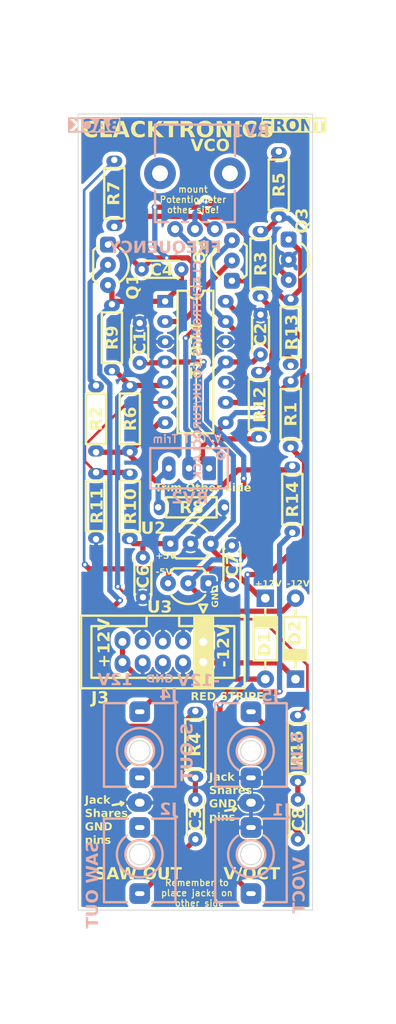
<source format=kicad_pcb>
(kicad_pcb (version 20240108) (generator "pcbnew") (generator_version "8.0")
  (layers (0 "F.Cu" signal) (31 "B.Cu" signal) (34 "B.Paste" user) (35 "F.Paste" user) (36 "B.SilkS" user "B.Silkscreen") (37 "F.SilkS" user "F.Silkscreen") (38 "B.Mask" user) (39 "F.Mask" user) (44 "Edge.Cuts" user))
  (net 0 "")
  (net 1 "-12V")
  (net 2 "GND")
  (net 3 "+12V")
  (net 4 "Net-(C3-Pad1)")
  (net 5 "Net-(C3-Pad2)")
  (net 6 "Net-(Q1-S)")
  (net 7 "Net-(Q1-D)")
  (net 8 "+5V")
  (net 9 "Net-(U1B-+)")
  (net 10 "Net-(R13-Pad1)")
  (net 11 "Net-(D1-A)")
  (net 12 "Net-(D2-K)")
  (net 13 "Net-(Q2-E)")
  (net 14 "Net-(J1-PadT)")
  (net 15 "Net-(Q1-G)")
  (net 16 "Net-(Q2-B)")
  (net 17 "Net-(U1C--)")
  (net 18 "Net-(R7-Pad1)")
  (net 19 "Net-(R3-Pad1)")
  (net 20 "Net-(Q2-C)")
  (net 21 "Net-(R5-Pad1)")
  (net 22 "Net-(R8-Pad2)")
  (net 24 "-5V")
  (net 25 "Net-(J4-PadT)")
  (net 26 "Net-(R14-Pad1)")
  (net 28 "Net-(C8-Pad1)")
  (net 29 "Net-(C8-Pad2)")
  (net 30 "Net-(U1B--)")
  (footprint "BYOM_General:R_Axial_DIN0204_L3.6mm_D1.6mm_P7.62mm_Horizontal" (layer "F.Cu") (at 131.75 88.4785 90)
    (property "Reference" "R6" (at 4.191 0.15 90) (layer "F.SilkS") (effects (font (size 1.5 1.5) (thickness 0.2) (bold yes))))
    (property "Value" "330kΩ")
    (pad "1" thru_hole oval (at 0 0 90) (size 1.4 2) (drill 0.8 (offset 0.15 0)) (layers "*.Cu" "*.Mask") (net 26 "Net-(R14-Pad1)"))
    (pad "2" thru_hole oval (at 8.382 0 270) (size 1.4 2) (drill 0.8 (offset 0.15 0)) (layers "*.Cu" "*.Mask") (net 9 "Net-(U1B-+)"))
  )
  (footprint "BYOM_General:C_TH_Disc_P5.00mm" (layer "F.Cu") (at 133.4 106.7 90)
    (property "Reference" "C6" (at 2.6 0.1 -90) (layer "F.SilkS") (effects (font (size 1.5 1.5) (thickness 0.2) (bold yes))))
    (property "Value" "100n")
    (pad "1" thru_hole circle (at 0 0 90) (size 1.8 1.8) (drill 0.8) (layers "*.Cu" "*.Mask") (net 2 "GND"))
    (pad "2" thru_hole circle (at 5 0 90) (size 1.8 1.8) (drill 0.8) (layers "*.Cu" "*.Mask") (net 8 "+5V"))
  )
  (footprint "BYOM_General:TO-92_Inline_Wide" (layer "F.Cu") (at 144.6 66.94 90)
    (property "Reference" "Q2" (at 3.64 -4 90) (layer "F.SilkS") (effects (font (size 1.5 1.5) (thickness 0.3) (bold yes))))
    (property "Value" "2N3904")
    (pad "1" thru_hole roundrect (at 0 0 90) (size 2 2) (drill 0.8) (layers "*.Cu" "*.Mask") (net 13 "Net-(Q2-E)"))
    (pad "2" thru_hole circle (at 2.54 0 90) (size 2 2) (drill 0.8) (layers "*.Cu" "*.Mask") (net 16 "Net-(Q2-B)"))
    (pad "3" thru_hole circle (at 5.08 0 90) (size 2 2) (drill 0.8) (layers "*.Cu" "*.Mask") (net 20 "Net-(Q2-C)"))
  )
  (footprint "BYOM_General:R_Axial_DIN0204_L3.6mm_D1.6mm_P7.62mm_Horizontal" (layer "F.Cu") (at 129.8 60.1535 90)
    (property "Reference" "R7" (at 4.191 0 90) (layer "F.SilkS") (effects (font (size 1.5 1.5) (thickness 0.2) (bold yes))))
    (property "Value" "2.2kΩ")
    (pad "1" thru_hole oval (at 0 0 90) (size 1.4 2) (drill 0.8 (offset 0.15 0)) (layers "*.Cu" "*.Mask") (net 18 "Net-(R7-Pad1)"))
    (pad "2" thru_hole oval (at 8.382 0 270) (size 1.4 2) (drill 0.8 (offset 0.15 0)) (layers "*.Cu" "*.Mask") (net 24 "-5V"))
  )
  (footprint "BYOM_General:R_Axial_DIN0204_L3.6mm_D1.6mm_P7.62mm_Horizontal" (layer "F.Cu") (at 152 77.6 90)
    (property "Reference" "R13" (at 4.191 0.2 90) (layer "F.SilkS") (effects (font (size 1.5 1.5) (thickness 0.2) (bold yes))))
    (property "Value" "10kΩ")
    (pad "1" thru_hole oval (at 0 0 90) (size 1.4 2) (drill 0.8 (offset 0.15 0)) (layers "*.Cu" "*.Mask") (net 10 "Net-(R13-Pad1)"))
    (pad "2" thru_hole oval (at 8.382 0 270) (size 1.4 2) (drill 0.8 (offset 0.15 0)) (layers "*.Cu" "*.Mask") (net 13 "Net-(Q2-E)"))
  )
  (footprint "BYOM_General:R_Axial_DIN0204_L3.6mm_D1.6mm_P7.62mm_Horizontal" (layer "F.Cu") (at 127.5 88.4785 90)
    (property "Reference" "R2" (at 4.191 0.1 90) (layer "F.SilkS") (effects (font (size 1.5 1.5) (thickness 0.2) (bold yes))))
    (property "Value" "10kΩ")
    (pad "1" thru_hole oval (at 0 0 90) (size 1.4 2) (drill 0.8 (offset 0.15 0)) (layers "*.Cu" "*.Mask") (net 26 "Net-(R14-Pad1)"))
    (pad "2" thru_hole oval (at 8.382 0 270) (size 1.4 2) (drill 0.8 (offset 0.15 0)) (layers "*.Cu" "*.Mask") (net 15 "Net-(Q1-G)"))
  )
  (footprint "BYOM_General:R_Axial_DIN0204_L3.6mm_D1.6mm_P7.62mm_Horizontal" (layer "F.Cu") (at 152.2 90.2 -90)
    (property "Reference" "R14" (at 4.2 -0.1 90) (layer "F.SilkS") (effects (font (size 1.5 1.5) (thickness 0.2) (bold yes))))
    (property "Value" "1k")
    (pad "1" thru_hole oval (at 0 0 270) (size 1.4 2) (drill 0.8 (offset 0.15 0)) (layers "*.Cu" "*.Mask") (net 26 "Net-(R14-Pad1)"))
    (pad "2" thru_hole oval (at 8.382 0 90) (size 1.4 2) (drill 0.8 (offset 0.15 0)) (layers "*.Cu" "*.Mask") (net 25 "Net-(J4-PadT)"))
  )
  (footprint "BYOM_General:R_Axial_DIN0204_L3.6mm_D1.6mm_P7.62mm_Horizontal" (layer "F.Cu") (at 131.75 99.4785 90)
    (property "Reference" "R10" (at 4.191 0.15 90) (layer "F.SilkS") (effects (font (size 1.5 1.5) (thickness 0.2) (bold yes))))
    (property "Value" "100kΩ")
    (pad "1" thru_hole oval (at 0 0 90) (size 1.4 2) (drill 0.8 (offset 0.15 0)) (layers "*.Cu" "*.Mask") (net 8 "+5V"))
    (pad "2" thru_hole oval (at 8.382 0 270) (size 1.4 2) (drill 0.8 (offset 0.15 0)) (layers "*.Cu" "*.Mask") (net 30 "Net-(U1B--)"))
  )
  (footprint "BYOM_General:IDC-Header_2x05_P2.54mm_Vertical" (layer "F.Cu") (at 140.9925 112.3 -90)
    (property "Reference" "J3" (at 7.099999 12.992501 0) (layer "F.SilkS") (effects (font (size 1.5 1.5) (thickness 0.2) (bold yes))))
    (property "Value" "IDC 02x05 Header")
    (pad "1" thru_hole roundrect (at 0 0 270) (size 2.3 2) (drill 1 (offset -0.2 0)) (layers "*.Cu" "*.Mask") (roundrect_rratio 0.125) (net 12 "Net-(D2-K)"))
    (pad "2" thru_hole oval (at 2.54 0 270) (size 2.3 2) (drill 1 (offset 0.2 0)) (layers "*.Cu" "*.Mask") (net 12 "Net-(D2-K)"))
    (pad "3" thru_hole oval (at 0 2.54 270) (size 2.3 2) (drill 1 (offset -0.2 0)) (layers "*.Cu" "*.Mask") (net 2 "GND"))
    (pad "4" thru_hole oval (at 2.54 2.54 270) (size 2.3 2) (drill 1 (offset 0.2 0)) (layers "*.Cu" "*.Mask") (net 2 "GND"))
    (pad "5" thru_hole oval (at 0 5.08 270) (size 2.3 2) (drill 1 (offset -0.2 0)) (layers "*.Cu" "*.Mask") (net 2 "GND"))
    (pad "6" thru_hole oval (at 2.54 5.08 270) (size 2.3 2) (drill 1 (offset 0.2 0)) (layers "*.Cu" "*.Mask") (net 2 "GND"))
    (pad "7" thru_hole oval (at 0 7.62 270) (size 2.3 2) (drill 1 (offset -0.2 0)) (layers "*.Cu" "*.Mask") (net 2 "GND"))
    (pad "8" thru_hole oval (at 2.54 7.62 270) (size 2.3 2) (drill 1 (offset 0.2 0)) (layers "*.Cu" "*.Mask") (net 2 "GND"))
    (pad "9" thru_hole oval (at 0 10.16 270) (size 2.3 2) (drill 1 (offset -0.2 0)) (layers "*.Cu" "*.Mask") (net 11 "Net-(D1-A)"))
    (pad "10" thru_hole oval (at 2.54 10.16 270) (size 2.3 2) (drill 1 (offset 0.2 0)) (layers "*.Cu" "*.Mask") (net 11 "Net-(D1-A)"))
  )
  (footprint "BYOM_General:TO-92_Inline_Wide" (layer "F.Cu") (at 141.64 104.935825 180)
    (property "Reference" "U3" (at 6.14 -3.064175 180) (layer "F.SilkS") (effects (font (size 1.5 1.5) (thickness 0.3) (bold yes))))
    (property "Value" "L79L05_TO92")
    (pad "1" thru_hole roundrect (at 0 0 180) (size 2 2) (drill 0.8) (layers "*.Cu" "*.Mask") (net 2 "GND"))
    (pad "2" thru_hole circle (at 2.54 0 180) (size 2 2) (drill 0.8) (layers "*.Cu" "*.Mask") (net 1 "-12V"))
    (pad "3" thru_hole circle (at 5.08 0 180) (size 2 2) (drill 0.8) (layers "*.Cu" "*.Mask") (net 24 "-5V"))
  )
  (footprint "BYOM_General:TO-92_Inline_Wide" (layer "F.Cu") (at 136.86 99.964175)
    (property "Reference" "U2" (at -2.16 -1.864175 0) (layer "F.SilkS") (effects (font (size 1.5 1.5) (thickness 0.3) (bold yes))))
    (property "Value" "L78L05_TO92")
    (pad "1" thru_hole roundrect (at 0 0) (size 2 2) (drill 0.8) (layers "*.Cu" "*.Mask") (net 8 "+5V"))
    (pad "2" thru_hole circle (at 2.54 0) (size 2 2) (drill 0.8) (layers "*.Cu" "*.Mask") (net 2 "GND"))
    (pad "3" thru_hole circle (at 5.08 0) (size 2 2) (drill 0.8) (layers "*.Cu" "*.Mask") (net 3 "+12V"))
  )
  (footprint "BYOM_General:D_TH_DO-41_P10.16mm" (layer "F.Cu") (at 152.6 116.98 90)
    (property "Reference" "D2" (at 5.775 0 -90) (layer "F.SilkS") (effects (font (size 1.5 1.5) (thickness 0.2) (bold yes))))
    (property "Value" "1N5817")
    (pad "1" thru_hole rect (at 0 0 90) (size 2.2 2.2) (drill 1.1) (layers "*.Cu" "*.Mask") (net 12 "Net-(D2-K)"))
    (pad "2" thru_hole oval (at 10.16 0 90) (size 2.2 2.2) (drill 1.1) (layers "*.Cu" "*.Mask") (net 1 "-12V"))
  )
  (footprint "BYOM_General:R_Axial_DIN0204_L3.6mm_D1.6mm_P7.62mm_Horizontal" (layer "F.Cu") (at 148.2 69 90)
    (property "Reference" "R3" (at 4.191 0.1 90) (layer "F.SilkS") (effects (font (size 1.5 1.5) (thickness 0.2) (bold yes))))
    (property "Value" "2.2kΩ")
    (pad "1" thru_hole oval (at 0 0 90) (size 1.4 2) (drill 0.8 (offset 0.15 0)) (layers "*.Cu" "*.Mask") (net 19 "Net-(R3-Pad1)"))
    (pad "2" thru_hole oval (at 8.382 0 270) (size 1.4 2) (drill 0.8 (offset 0.15 0)) (layers "*.Cu" "*.Mask") (net 17 "Net-(U1C--)"))
  )
  (footprint "BYOM_General:R_Axial_DIN0204_L3.6mm_D1.6mm_P7.62mm_Horizontal" (layer "F.Cu") (at 152.9 129.9 90)
    (property "Reference" "R16" (at 4.191 0 -90) (layer "F.SilkS") (effects (font (size 1.5 1.5) (thickness 0.2) (bold yes))))
    (property "Value" "330kΩ")
    (pad "1" thru_hole oval (at 0 0 90) (size 1.4 2) (drill 0.8 (offset 0.15 0)) (layers "*.Cu" "*.Mask") (net 29 "Net-(C8-Pad2)"))
    (pad "2" thru_hole oval (at 8.382 0 270) (size 1.4 2) (drill 0.8 (offset 0.15 0)) (layers "*.Cu" "*.Mask") (net 9 "Net-(U1B-+)"))
  )
  (footprint "BYOM_General:R_Axial_DIN0204_L3.6mm_D1.6mm_P7.62mm_Horizontal" (layer "F.Cu") (at 129.5 69.9 -90)
    (property "Reference" "R9" (at 4.2 -0.1 -90) (layer "F.SilkS") (effects (font (size 1.5 1.5) (thickness 0.2) (bold yes))))
    (property "Value" "100kΩ")
    (pad "1" thru_hole oval (at 0 0 270) (size 1.4 2) (drill 0.8 (offset 0.15 0)) (layers "*.Cu" "*.Mask") (net 7 "Net-(Q1-D)"))
    (pad "2" thru_hole oval (at 8.382 0 90) (size 1.4 2) (drill 0.8 (offset 0.15 0)) (layers "*.Cu" "*.Mask") (net 9 "Net-(U1B-+)"))
  )
  (footprint "BYOM_General:R_Axial_DIN0204_L3.6mm_D1.6mm_P7.62mm_Horizontal" (layer "F.Cu") (at 152 87.9 90)
    (property "Reference" "R1" (at 4.191 0.1 90) (layer "F.SilkS") (effects (font (size 1.5 1.5) (thickness 0.2) (bold yes))))
    (property "Value" "100kΩ")
    (pad "1" thru_hole oval (at 0 0 90) (size 1.4 2) (drill 0.8 (offset 0.15 0)) (layers "*.Cu" "*.Mask") (net 14 "Net-(J1-PadT)"))
    (pad "2" thru_hole oval (at 8.382 0 270) (size 1.4 2) (drill 0.8 (offset 0.15 0)) (layers "*.Cu" "*.Mask") (net 17 "Net-(U1C--)"))
  )
  (footprint "BYOM_General:R_Axial_DIN0204_L3.6mm_D1.6mm_P7.62mm_Horizontal" (layer "F.Cu") (at 150.5 50.7 -90)
    (property "Reference" "R5" (at 4.191 -0.1 -90) (layer "F.SilkS") (effects (font (size 1.5 1.5) (thickness 0.2) (bold yes))))
    (property "Value" "100kΩ")
    (pad "1" thru_hole oval (at 0 0 270) (size 1.4 2) (drill 0.8 (offset 0.15 0)) (layers "*.Cu" "*.Mask") (net 21 "Net-(R5-Pad1)"))
    (pad "2" thru_hole oval (at 8.382 0 90) (size 1.4 2) (drill 0.8 (offset 0.15 0)) (layers "*.Cu" "*.Mask") (net 17 "Net-(U1C--)"))
  )
  (footprint "BYOM_General:C_TH_Disc_P5.00mm" (layer "F.Cu") (at 133 72.25 -90)
    (property "Reference" "C1" (at 2.5 -0.1 -90) (layer "F.SilkS") (effects (font (size 1.5 1.5) (thickness 0.2) (bold yes))))
    (property "Value" "100n")
    (pad "1" thru_hole circle (at 0 0 270) (size 1.8 1.8) (drill 0.8) (layers "*.Cu" "*.Mask") (net 2 "GND"))
    (pad "2" thru_hole circle (at 5 0 270) (size 1.8 1.8) (drill 0.8) (layers "*.Cu" "*.Mask") (net 3 "+12V"))
  )
  (footprint "BYOM_General:R_Axial_DIN0204_L3.6mm_D1.6mm_P7.62mm_Horizontal" (layer "F.Cu") (at 148 86.7 90)
    (property "Reference" "R12" (at 4.191 0.2 90) (layer "F.SilkS") (effects (font (size 1.5 1.5) (thickness 0.2) (bold yes))))
    (property "Value" "1MΩ")
    (pad "1" thru_hole oval (at 0 0 90) (size 1.4 2) (drill 0.8 (offset 0.15 0)) (layers "*.Cu" "*.Mask") (net 8 "+5V"))
    (pad "2" thru_hole oval (at 8.382 0 270) (size 1.4 2) (drill 0.8 (offset 0.15 0)) (layers "*.Cu" "*.Mask") (net 20 "Net-(Q2-C)"))
  )
  (footprint "BYOM_General:C_TH_Disc_P5.00mm" (layer "F.Cu") (at 133.25 65.5)
    (property "Reference" "C4" (at 2.5 0.15 0) (layer "F.SilkS") (effects (font (size 1.5 1.5) (thickness 0.2) (bold yes))))
    (property "Value" "1nF C0G")
    (pad "1" thru_hole circle (at 0 0) (size 1.8 1.8) (drill 0.8) (layers "*.Cu" "*.Mask") (net 6 "Net-(Q1-S)"))
    (pad "2" thru_hole circle (at 5 0) (size 1.8 1.8) (drill 0.8) (layers "*.Cu" "*.Mask") (net 7 "Net-(Q1-D)"))
  )
  (footprint "BYOM_General:R_Axial_DIN0204_L3.6mm_D1.6mm_P7.62mm_Horizontal" (layer "F.Cu") (at 140 121 -90)
    (property "Reference" "R4" (at 4.191 0 90) (layer "F.SilkS") (effects (font (size 1.5 1.5) (thickness 0.2) (bold yes))))
    (property "Value" "1kΩ")
    (pad "1" thru_hole oval (at 0 0 270) (size 1.4 2) (drill 0.8 (offset 0.15 0)) (layers "*.Cu" "*.Mask") (net 7 "Net-(Q1-D)"))
    (pad "2" thru_hole oval (at 8.382 0 90) (size 1.4 2) (drill 0.8 (offset 0.15 0)) (layers "*.Cu" "*.Mask") (net 4 "Net-(C3-Pad1)"))
  )
  (footprint "BYOM_General:C_TH_Disc_P5.00mm" (layer "F.Cu") (at 144.6 105.2 90)
    (property "Reference" "C7" (at 2.5 0.15 -90) (layer "F.SilkS") (effects (font (size 1.5 1.5) (thickness 0.2) (bold yes))))
    (property "Value" "100n")
    (pad "1" thru_hole circle (at 0 0 90) (size 1.8 1.8) (drill 0.8) (layers "*.Cu" "*.Mask") (net 24 "-5V"))
    (pad "2" thru_hole circle (at 5 0 90) (size 1.8 1.8) (drill 0.8) (layers "*.Cu" "*.Mask") (net 2 "GND"))
  )
  (footprint "BYOM_General:TO-92_Inline_Wide" (layer "F.Cu") (at 129 62.4 -90)
    (property "Reference" "Q1" (at 5.3 -3.2 90) (layer "F.SilkS") (effects (font (size 1.5 1.5) (thickness 0.3) (bold yes))))
    (property "Value" "2N7000")
    (pad "1" thru_hole roundrect (at 0 0 270) (size 2 2) (drill 0.8) (layers "*.Cu" "*.Mask") (net 6 "Net-(Q1-S)"))
    (pad "2" thru_hole circle (at 2.54 0 270) (size 2 2) (drill 0.8) (layers "*.Cu" "*.Mask") (net 15 "Net-(Q1-G)"))
    (pad "3" thru_hole circle (at 5.08 0 270) (size 2 2) (drill 0.8) (layers "*.Cu" "*.Mask") (net 7 "Net-(Q1-D)"))
  )
  (footprint "BYOM_General:R_Axial_DIN0204_L3.6mm_D1.6mm_P7.62mm_Horizontal" (layer "F.Cu") (at 143.7 95.4 180)
    (property "Reference" "R8" (at 4.191 -0.1 180) (layer "F.SilkS") (effects (font (size 1.5 1.5) (thickness 0.2) (bold yes))))
    (property "Value" "100Ω")
    (pad "1" thru_hole oval (at 0 0 180) (size 1.4 2) (drill 0.8 (offset 0.15 0)) (layers "*.Cu" "*.Mask") (net 2 "GND"))
    (pad "2" thru_hole oval (at 8.382 0) (size 1.4 2) (drill 0.8 (offset 0.15 0)) (layers "*.Cu" "*.Mask") (net 22 "Net-(R8-Pad2)"))
  )
  (footprint "BYOM_General:D_TH_DO-41_P10.16mm" (layer "F.Cu") (at 148.8 106.82 -90)
    (property "Reference" "D1" (at 5.775 0 90) (layer "F.SilkS") (effects (font (size 1.5 1.5) (thickness 0.2) (bold yes))))
    (property "Value" "1N5817")
    (pad "1" thru_hole rect (at 0 0 270) (size 2.2 2.2) (drill 1.1) (layers "*.Cu" "*.Mask") (net 3 "+12V"))
    (pad "2" thru_hole oval (at 10.16 0 270) (size 2.2 2.2) (drill 1.1) (layers "*.Cu" "*.Mask") (net 11 "Net-(D1-A)"))
  )
  (footprint "BYOM_General:C_TH_Disc_P5.00mm" (layer "F.Cu") (at 140 132.1 -90)
    (property "Reference" "C3" (at 2.5 -0.1 90) (layer "F.SilkS") (effects (font (size 1.5 1.5) (thickness 0.2) (bold yes))))
    (property "Value" "100n")
    (pad "1" thru_hole circle (at 0 0 270) (size 1.8 1.8) (drill 0.8) (layers "*.Cu" "*.Mask") (net 4 "Net-(C3-Pad1)"))
    (pad "2" thru_hole circle (at 5 0 270) (size 1.8 1.8) (drill 0.8) (layers "*.Cu" "*.Mask") (net 5 "Net-(C3-Pad2)"))
  )
  (footprint "BYOM_General:C_TH_Disc_P5.00mm" (layer "F.Cu") (at 152.9 137.1 90)
    (property "Reference" "C8" (at 2.5 0.15 -90) (layer "F.SilkS") (effects (font (size 1.5 1.5) (thickness 0.2) (bold yes))))
    (property "Value" "100pF")
    (pad "1" thru_hole circle (at 0 0 90) (size 1.8 1.8) (drill 0.8) (layers "*.Cu" "*.Mask") (net 28 "Net-(C8-Pad1)"))
    (pad "2" thru_hole circle (at 5 0 90) (size 1.8 1.8) (drill 0.8) (layers "*.Cu" "*.Mask") (net 29 "Net-(C8-Pad2)"))
  )
  (footprint "BYOM_General:DIP-14_W7.62mm_LongPads_copy" (layer "F.Cu") (at 136.2 69.525)
    (property "Reference" "U1" (at 3.81 -2.33 0) (layer "F.SilkS"))
    (property "Value" "TL074")
    (pad "1" thru_hole rect (at 0 0) (size 2 1.6) (drill 0.8) (layers "*.Cu" "*.Mask") (net 7 "Net-(Q1-D)"))
    (pad "2" thru_hole oval (at 0 2.54) (size 2 1.6) (drill 0.8) (layers "*.Cu" "*.Mask") (net 6 "Net-(Q1-S)"))
    (pad "3" thru_hole oval (at 0 5.08) (size 2 1.6) (drill 0.8) (layers "*.Cu" "*.Mask") (net 2 "GND"))
    (pad "4" thru_hole oval (at 0 7.62) (size 2 1.6) (drill 0.8) (layers "*.Cu" "*.Mask") (net 3 "+12V"))
    (pad "5" thru_hole oval (at 0 10.16) (size 2 1.6) (drill 0.8) (layers "*.Cu" "*.Mask") (net 9 "Net-(U1B-+)"))
    (pad "6" thru_hole oval (at 0 12.7) (size 2 1.6) (drill 0.8) (layers "*.Cu" "*.Mask") (net 30 "Net-(U1B--)"))
    (pad "7" thru_hole oval (at 0 15.24) (size 2 1.6) (drill 0.8) (layers "*.Cu" "*.Mask") (net 26 "Net-(R14-Pad1)"))
    (pad "8" thru_hole oval (at 7.62 15.24) (size 2 1.6) (drill 0.8) (layers "*.Cu" "*.Mask") (net 19 "Net-(R3-Pad1)"))
    (pad "9" thru_hole oval (at 7.62 12.7) (size 2 1.6) (drill 0.8) (layers "*.Cu" "*.Mask") (net 17 "Net-(U1C--)"))
    (pad "10" thru_hole oval (at 7.62 10.16) (size 2 1.6) (drill 0.8) (layers "*.Cu" "*.Mask") (net 2 "GND"))
    (pad "11" thru_hole oval (at 7.62 7.62) (size 2 1.6) (drill 0.8) (layers "*.Cu" "*.Mask") (net 1 "-12V"))
    (pad "12" thru_hole oval (at 7.62 5.08) (size 2 1.6) (drill 0.8) (layers "*.Cu" "*.Mask") (net 2 "GND"))
    (pad "13" thru_hole oval (at 7.62 2.54) (size 2 1.6) (drill 0.8) (layers "*.Cu" "*.Mask") (net 20 "Net-(Q2-C)"))
    (pad "14" thru_hole oval (at 7.62 0) (size 2 1.6) (drill 0.8) (layers "*.Cu" "*.Mask") (net 10 "Net-(R13-Pad1)"))
  )
  (footprint "BYOM_General:C_TH_Disc_P5.00mm" (layer "F.Cu") (at 148.2 71.2 -90)
    (property "Reference" "C2" (at 2.5 -0.1 90) (layer "F.SilkS") (effects (font (size 1.5 1.5) (thickness 0.2) (bold yes))))
    (property "Value" "100n")
    (pad "1" thru_hole circle (at 0 0 270) (size 1.8 1.8) (drill 0.8) (layers "*.Cu" "*.Mask") (net 2 "GND"))
    (pad "2" thru_hole circle (at 5 0 270) (size 1.8 1.8) (drill 0.8) (layers "*.Cu" "*.Mask") (net 1 "-12V"))
  )
  (footprint "BYOM_General:TO-92_Inline_Wide" (layer "F.Cu") (at 151.735825 61.76 -90)
    (property "Reference" "Q3" (at -2.36 -1.764175 -90) (layer "F.SilkS") (effects (font (size 1.5 1.5) (thickness 0.3) (bold yes))))
    (property "Value" "2N3904")
    (pad "1" thru_hole roundrect (at 0 0 270) (size 2 2) (drill 0.8) (layers "*.Cu" "*.Mask") (net 13 "Net-(Q2-E)"))
    (pad "2" thru_hole circle (at 2.54 0 270) (size 2 2) (drill 0.8) (layers "*.Cu" "*.Mask") (net 2 "GND"))
    (pad "3" thru_hole circle (at 5.08 0 270) (size 2 2) (drill 0.8) (layers "*.Cu" "*.Mask") (net 6 "Net-(Q1-S)"))
  )
  (footprint "BYOM_General:R_Axial_DIN0204_L3.6mm_D1.6mm_P7.62mm_Horizontal" (layer "F.Cu") (at 127.5 91.0215 -90)
    (property "Reference" "R11" (at 4.191 -0.2 -90) (layer "F.SilkS") (effects (font (size 1.5 1.5) (thickness 0.2) (bold yes))))
    (property "Value" "330kΩ")
    (pad "1" thru_hole oval (at 0 0 270) (size 1.4 2) (drill 0.8 (offset 0.15 0)) (layers "*.Cu" "*.Mask") (net 30 "Net-(U1B--)"))
    (pad "2" thru_hole oval (at 8.382 0 90) (size 1.4 2) (drill 0.8 (offset 0.15 0)) (layers "*.Cu" "*.Mask") (net 2 "GND"))
  )
  (footprint "BYOM_General:Potentiometer_Bourns_3296W_Vertical" (layer "B.Cu") (at 141.74 90.5)
    (property "Reference" "RV2" (at -2.44 3.8 0) (layer "B.SilkS") (effects (font (size 1.5 1.5) (thickness 0.3) (bold yes)) (justify mirror)))
    (property "Value" "100Ω")
    (pad "1" thru_hole roundrect (at 0 0) (size 1.7 3) (drill 0.8) (layers "*.Cu" "*.Mask") (roundrect_rratio 0.1470588235) (net 19 "Net-(R3-Pad1)"))
    (pad "2" thru_hole oval (at -2.54 0) (size 1.7 3) (drill 0.8) (layers "*.Cu" "*.Mask") (net 16 "Net-(Q2-B)"))
    (pad "3" thru_hole oval (at -5.08 0) (size 1.7 3) (drill 0.8) (layers "*.Cu" "*.Mask") (net 22 "Net-(R8-Pad2)"))
  )
  (footprint "BYOM_General:Jack_3.5mm_QingPu_WQP-PJ398SM_Vertical" (layer "B.Cu") (at 147 126 180)
    (property "Reference" "J5" (at -2.4 6.9 180) (layer "B.SilkS") (effects (font (size 1.5 1.5) (thickness 0.2) (bold yes)) (justify mirror)))
    (property "Value" "SYNC_IN")
    (fp_circle (center 0 0) (end 1.3 0) (stroke (width 0.12)) (fill none) (layer "Edge.Cuts"))
    (pad "S" thru_hole oval (at 0 -6.5 180) (size 3.1 2.3) (drill oval 1.2 1) (layers "*.Cu" "*.Mask") (net 2 "GND"))
    (pad "T" thru_hole roundrect (at 0 4.92 180) (size 2.6 2.6) (drill oval 1.2 0.6) (layers "*.Cu" "*.Mask") (net 28 "Net-(C8-Pad1)"))
    (pad "TN" thru_hole roundrect (at 0 -3.38 180) (size 2.6 2.6) (drill oval 1.2 0.6) (layers "*.Cu" "*.Mask") (net 2 "GND"))
    (zone (net 0) (net_name "") (layers "B.Cu" "B.SilkS") (connect_pads (clearance 0)) (min_thickness 0.25)
      (keepout (tracks not_allowed) (vias not_allowed) (pads not_allowed) (copperpour not_allowed) (footprints not_allowed))
      (fill (thermal_gap 0.5) (thermal_bridge_width 0.5))
      (polygon (pts (xy 145.5 126) (xy 145.520458 125.753108) (xy 145.581274 125.512951) (xy 145.680789 125.286079) (xy 145.816289 125.078681) (xy 145.984078 124.896414) (xy 146.179578 124.74425) (xy 146.397457 124.62634) (xy 146.631772 124.5459) (xy 146.876131 124.505123) (xy 147.123869 124.505123) (xy 147.368228 124.5459) (xy 147.602543 124.62634) (xy 147.820422 124.74425) (xy 148.015922 124.896414) (xy 148.183711 125.078681) (xy 148.319211 125.286079) (xy 148.418726 125.512951) (xy 148.479542 125.753108) (xy 148.5 126) (xy 148.479542 126.246892) (xy 148.418726 126.487049) (xy 148.319211 126.713921) (xy 148.183711 126.921319) (xy 148.015922 127.103586) (xy 147.820422 127.25575) (xy 147.602543 127.37366) (xy 147.368228 127.4541) (xy 147.123869 127.494877) (xy 146.876131 127.494877) (xy 146.631772 127.4541) (xy 146.397457 127.37366) (xy 146.179578 127.25575) (xy 145.984078 127.103586) (xy 145.816289 126.921319) (xy 145.680789 126.713921) (xy 145.581274 126.487049) (xy 145.520458 126.246892)))
    )
  )
  (footprint "BYOM_General:Jack_3.5mm_QingPu_WQP-PJ398SM_Vertical" (layer "B.Cu") (at 133 139)
    (property "Reference" "J2" (at 3.6 -5.6 0) (layer "B.SilkS") (effects (font (size 1.5 1.5) (thickness 0.2) (bold yes)) (justify mirror)))
    (property "Value" "SAW OUT")
    (fp_circle (center 0 0) (end 1.3 0) (stroke (width 0.12)) (fill none) (layer "Edge.Cuts"))
    (pad "S" thru_hole oval (at 0 -6.5) (size 3.1 2.3) (drill oval 1.2 1) (layers "*.Cu" "*.Mask") (net 2 "GND"))
    (pad "T" thru_hole roundrect (at 0 4.92) (size 2.6 2.6) (drill oval 1.2 0.6) (layers "*.Cu" "*.Mask") (net 5 "Net-(C3-Pad2)"))
    (pad "TN" thru_hole roundrect (at 0 -3.38) (size 2.6 2.6) (drill oval 1.2 0.6) (layers "*.Cu" "*.Mask"))
    (zone (net 0) (net_name "") (layers "B.Cu" "B.SilkS") (connect_pads (clearance 0)) (min_thickness 0.25)
      (keepout (tracks not_allowed) (vias not_allowed) (pads not_allowed) (copperpour not_allowed) (footprints not_allowed))
      (fill (thermal_gap 0.5) (thermal_bridge_width 0.5))
      (polygon (pts (xy 134.5 139) (xy 134.479542 139.246892) (xy 134.418726 139.487049) (xy 134.319211 139.713921) (xy 134.183711 139.921319) (xy 134.015922 140.103586) (xy 133.820422 140.25575) (xy 133.602543 140.37366) (xy 133.368228 140.4541) (xy 133.123869 140.494877) (xy 132.876131 140.494877) (xy 132.631772 140.4541) (xy 132.397457 140.37366) (xy 132.179578 140.25575) (xy 131.984078 140.103586) (xy 131.816289 139.921319) (xy 131.680789 139.713921) (xy 131.581274 139.487049) (xy 131.520458 139.246892) (xy 131.5 139) (xy 131.520458 138.753108) (xy 131.581274 138.512951) (xy 131.680789 138.286079) (xy 131.816289 138.078681) (xy 131.984078 137.896414) (xy 132.179578 137.74425) (xy 132.397457 137.62634) (xy 132.631772 137.5459) (xy 132.876131 137.505123) (xy 133.123869 137.505123) (xy 133.368228 137.5459) (xy 133.602543 137.62634) (xy 133.820422 137.74425) (xy 134.015922 137.896414) (xy 134.183711 138.078681) (xy 134.319211 138.286079) (xy 134.418726 138.512951) (xy 134.479542 138.753108)))
    )
  )
  (footprint "BYOM_General:Jack_3.5mm_QingPu_WQP-PJ398SM_Vertical" (layer "B.Cu") (at 133 126 180)
    (property "Reference" "J4" (at -3.6 7 180) (layer "B.SilkS") (effects (font (size 1.5 1.5) (thickness 0.2) (bold yes)) (justify mirror)))
    (property "Value" "SYNC_OUT")
    (fp_circle (center 0 0) (end 1.3 0) (stroke (width 0.12)) (fill none) (layer "Edge.Cuts"))
    (pad "S" thru_hole oval (at 0 -6.5 180) (size 3.1 2.3) (drill oval 1.2 1) (layers "*.Cu" "*.Mask") (net 2 "GND"))
    (pad "T" thru_hole roundrect (at 0 4.92 180) (size 2.6 2.6) (drill oval 1.2 0.6) (layers "*.Cu" "*.Mask") (net 25 "Net-(J4-PadT)"))
    (pad "TN" thru_hole roundrect (at 0 -3.38 180) (size 2.6 2.6) (drill oval 1.2 0.6) (layers "*.Cu" "*.Mask"))
    (zone (net 0) (net_name "") (layers "B.Cu" "B.SilkS") (connect_pads (clearance 0)) (min_thickness 0.25)
      (keepout (tracks not_allowed) (vias not_allowed) (pads not_allowed) (copperpour not_allowed) (footprints not_allowed))
      (fill (thermal_gap 0.5) (thermal_bridge_width 0.5))
      (polygon (pts (xy 131.5 126) (xy 131.520458 125.753108) (xy 131.581274 125.512951) (xy 131.680789 125.286079) (xy 131.816289 125.078681) (xy 131.984078 124.896414) (xy 132.179578 124.74425) (xy 132.397457 124.62634) (xy 132.631772 124.5459) (xy 132.876131 124.505123) (xy 133.123869 124.505123) (xy 133.368228 124.5459) (xy 133.602543 124.62634) (xy 133.820422 124.74425) (xy 134.015922 124.896414) (xy 134.183711 125.078681) (xy 134.319211 125.286079) (xy 134.418726 125.512951) (xy 134.479542 125.753108) (xy 134.5 126) (xy 134.479542 126.246892) (xy 134.418726 126.487049) (xy 134.319211 126.713921) (xy 134.183711 126.921319) (xy 134.015922 127.103586) (xy 133.820422 127.25575) (xy 133.602543 127.37366) (xy 133.368228 127.4541) (xy 133.123869 127.494877) (xy 132.876131 127.494877) (xy 132.631772 127.4541) (xy 132.397457 127.37366) (xy 132.179578 127.25575) (xy 131.984078 127.103586) (xy 131.816289 126.921319) (xy 131.680789 126.713921) (xy 131.581274 126.487049) (xy 131.520458 126.246892)))
    )
  )
  (footprint "BYOM_General:POT_TH_Alps_RK09K_Single_Vertical" (layer "B.Cu") (at 139.95 52.95 180)
    (property "Reference" "RV1" (at -7.05 4.75 180) (layer "B.SilkS") (effects (font (size 1.5 1.5) (thickness 0.15) (bold yes)) (justify mirror)))
    (property "Value" "100kΩ")
    (pad "" thru_hole circle (at -4.4 -0.5 90) (size 4 4) (drill 2) (layers "*.Cu" "*.Mask"))
    (pad "" thru_hole circle (at 4.4 -0.5 90) (size 4 4) (drill 2) (layers "*.Cu" "*.Mask"))
    (pad "1" thru_hole circle (at 2.5 -7.5 90) (size 2 2) (drill 1) (layers "*.Cu" "*.Mask") (net 8 "+5V"))
    (pad "2" thru_hole circle (at 0 -7.5 180) (size 2 2) (drill 1) (layers "*.Cu" "*.Mask") (net 21 "Net-(R5-Pad1)"))
    (pad "3" thru_hole circle (at -2.5 -7.5 90) (size 2 2) (drill 1) (layers "*.Cu" "*.Mask") (net 18 "Net-(R7-Pad1)"))
  )
  (footprint "BYOM_General:Jack_3.5mm_QingPu_WQP-PJ398SM_Vertical" (layer "B.Cu") (at 147 139)
    (property "Reference" "J1" (at 3.8 -5.5 0) (layer "B.SilkS") (effects (font (size 1.5 1.5) (thickness 0.2) (bold yes)) (justify mirror)))
    (property "Value" "V/OCT")
    (fp_circle (center 0 0) (end 1.3 0) (stroke (width 0.12)) (fill none) (layer "Edge.Cuts"))
    (pad "S" thru_hole oval (at 0 -6.5) (size 3.1 2.3) (drill oval 1.2 1) (layers "*.Cu" "*.Mask") (net 2 "GND"))
    (pad "T" thru_hole roundrect (at 0 4.92) (size 2.6 2.6) (drill oval 1.2 0.6) (layers "*.Cu" "*.Mask") (net 14 "Net-(J1-PadT)"))
    (pad "TN" thru_hole roundrect (at 0 -3.38) (size 2.6 2.6) (drill oval 1.2 0.6) (layers "*.Cu" "*.Mask") (net 2 "GND"))
    (zone (net 0) (net_name "") (layers "B.Cu" "B.SilkS") (connect_pads (clearance 0)) (min_thickness 0.25)
      (keepout (tracks not_allowed) (vias not_allowed) (pads not_allowed) (copperpour not_allowed) (footprints not_allowed))
      (fill (thermal_gap 0.5) (thermal_bridge_width 0.5))
      (polygon (pts (xy 148.5 139) (xy 148.479542 139.246892) (xy 148.418726 139.487049) (xy 148.319211 139.713921) (xy 148.183711 139.921319) (xy 148.015922 140.103586) (xy 147.820422 140.25575) (xy 147.602543 140.37366) (xy 147.368228 140.4541) (xy 147.123869 140.494877) (xy 146.876131 140.494877) (xy 146.631772 140.4541) (xy 146.397457 140.37366) (xy 146.179578 140.25575) (xy 145.984078 140.103586) (xy 145.816289 139.921319) (xy 145.680789 139.713921) (xy 145.581274 139.487049) (xy 145.520458 139.246892) (xy 145.5 139) (xy 145.520458 138.753108) (xy 145.581274 138.512951) (xy 145.680789 138.286079) (xy 145.816289 138.078681) (xy 145.984078 137.896414) (xy 146.179578 137.74425) (xy 146.397457 137.62634) (xy 146.631772 137.5459) (xy 146.876131 137.505123) (xy 147.123869 137.505123) (xy 147.368228 137.5459) (xy 147.602543 137.62634) (xy 147.820422 137.74425) (xy 148.015922 137.896414) (xy 148.183711 138.078681) (xy 148.319211 138.286079) (xy 148.418726 138.512951) (xy 148.479542 138.753108)))
    )
  )
  (gr_line (start 143.75 133.525) (end 145.11 133.275) (stroke (width 0.3)) (layer "F.SilkS"))
  (gr_line (start 130.61 132.39) (end 130.7 132.84) (stroke (width 0.3)) (layer "F.SilkS"))
  (gr_line (start 144.77 133.105) (end 144.86 133.555) (stroke (width 0.3)) (layer "F.SilkS"))
  (gr_rect (start 139.8 109) (end 142.3 118.2) (stroke (width 0.15)) (fill solid) (layer "F.SilkS"))
  (gr_line (start 145.11 133.275) (end 144.77 133.105) (stroke (width 0.3)) (layer "F.SilkS"))
  (gr_line (start 129.59 132.81) (end 130.95 132.56) (stroke (width 0.3)) (layer "F.SilkS"))
  (gr_line (start 130.7 132.84) (end 130.95 132.56) (stroke (width 0.3)) (layer "F.SilkS"))
  (gr_line (start 130.95 132.56) (end 130.61 132.39) (stroke (width 0.3)) (layer "F.SilkS"))
  (gr_line (start 144.86 133.555) (end 145.11 133.275) (stroke (width 0.3)) (layer "F.SilkS"))
  (gr_line (start 154.75 46) (end 125.25 46) (stroke (width 0.1)) (layer "Edge.Cuts"))
  (gr_line (start 154.75 146) (end 154.75 46) (stroke (width 0.1)) (layer "Edge.Cuts"))
  (gr_line (start 125.25 46) (end 125.25 146) (stroke (width 0.1)) (layer "Edge.Cuts"))
  (gr_line (start 125.25 146) (end 154.75 146) (stroke (width 0.1)) (layer "Edge.Cuts"))
  (gr_text "GND" (at 137.250244 117.576116 0) (layer "B.SilkS") (effects (font (size 1 1) (thickness 0.2) (bold yes)) (justify left bottom mirror)))
  (gr_text "BACK" (at 130.6 48.4 0) (layer "B.SilkS" knockout) (effects (font (size 1.5 1.5) (thickness 0.2) (bold yes)) (justify left bottom mirror)))
  (gr_text "V/OCT" (at 154 139.3 90) (layer "B.SilkS") (effects (font (size 1.5 1.5) (thickness 0.15) (bold yes)) (justify left bottom mirror)))
  (gr_text "S-OUT" (at 139.9 122.5 90) (layer "B.SilkS") (effects (font (size 1.5 1.5) (thickness 0.15) (bold yes)) (justify left bottom mirror)))
  (gr_text "FREQUENCY" (at 143.3 63.7 0) (layer "B.SilkS") (effects (font (size 1.5 1.5) (thickness 0.15) (bold yes)) (justify left bottom mirror)))
  (gr_text "S-IN" (at 153.8 123.6 90) (layer "B.SilkS") (effects (font (size 1.5 1.5) (thickness 0.15) (bold yes)) (justify left bottom mirror)))
  (gr_text "CLACKTRONICS.CO.UK/EUROCLACK" (at 140.9 64.4 90) (layer "B.SilkS") (effects (font (size 1 1)) (justify left bottom mirror)))
  (gr_text "-12V\n" (at 143.1 118.1 0) (layer "B.SilkS") (effects (font (size 1.5 1.5) (thickness 0.3) (bold yes)) (justify left bottom mirror)))
  (gr_text "V/OCT Trim" (at 143.4 87.4 0) (layer "B.SilkS") (effects (font (size 1 1) (thickness 0.2) (bold yes)) (justify left bottom mirror)))
  (gr_text "SAW OUT" (at 128 137.3 90) (layer "B.SilkS") (effects (font (size 1.5 1.5) (thickness 0.15) (bold yes)) (justify left bottom mirror)))
  (gr_text "12V" (at 132.2 118 0) (layer "B.SilkS") (effects (font (size 1.5 1.5) (thickness 0.3) (bold yes)) (justify left bottom mirror)))
  (gr_text "-5V" (at 135 104 0) (layer "F.SilkS") (effects (font (size 0.8 0.8) (thickness 0.2) (bold yes)) (justify left bottom)))
  (gr_text "RED STRIPE" (at 139.4 119.8 0) (layer "F.SilkS") (effects (font (size 1 1) (thickness 0.2) (bold yes)) (justify left bottom)))
  (gr_text "Remember to \nplace jacks on \nother side" (at 140.5 145.6 0) (layer "F.SilkS") (effects (font (size 0.8 0.8)) (justify bottom)))
  (gr_text "+12V" (at 129.459338 115.595162 90) (layer "F.SilkS") (effects (font (size 1.5 1.5) (thickness 0.2) (bold yes)) (justify left bottom)))
  (gr_text "+5V" (at 135 102 0) (layer "F.SilkS") (effects (font (size 0.8 0.8) (thickness 0.2) (bold yes)) (justify left bottom)))
  (gr_text "-12V" (at 151.5 105.5 0) (layer "F.SilkS") (effects (font (size 0.8 0.8) (thickness 0.2) (bold yes)) (justify left bottom)))
  (gr_text "+12V" (at 147.5 105.5 0) (layer "F.SilkS") (effects (font (size 0.8 0.8) (thickness 0.2) (bold yes)) (justify left bottom)))
  (gr_text "TL074" (at 141.1 79.25 90) (layer "F.SilkS") (effects (font (size 1.5 1.5) (thickness 0.3) (bold yes)) (justify left bottom)))
  (gr_text "VCO" (at 139.4 50.9 0) (layer "F.SilkS") (effects (font (size 1.5 1.5) (thickness 0.3) (bold yes)) (justify left bottom)))
  (gr_text "CLACKTRONICS" (at 125.75 49.25 0) (layer "F.SilkS") (effects (font (size 2 2)) (justify left bottom)))
  (gr_text "GND" (at 143 108 90) (layer "F.SilkS") (effects (font (size 0.8 0.8) (thickness 0.2) (bold yes)) (justify left bottom)))
  (gr_text "FRONT" (at 148.3 48.4 0) (layer "F.SilkS" knockout) (effects (font (size 1.5 1.5) (thickness 0.2) (bold yes)) (justify left bottom)))
  (gr_text "V/OCT" (at 147.1 141.5 0) (layer "F.SilkS") (effects (font (size 1.5 1.5))))
  (gr_text "Jack \nShares\nGND\npins" (at 141.72 131.84 0) (layer "F.SilkS") (effects (font (size 1 1) (thickness 0.2) (bold yes)) (justify left)))
  (gr_text "Jack \nShares\nGND\npins" (at 126.09 134.73 0) (layer "F.SilkS") (effects (font (size 1 1) (thickness 0.2) (bold yes)) (justify left)))
  (gr_text "mount\nPotentiometer\nother side!" (at 139.7 58.5 0) (layer "F.SilkS") (effects (font (size 0.8 0.8)) (justify bottom)))
  (gr_text "Trim Other side" (at 134.88 93.57 0) (layer "F.SilkS") (effects (font (size 1 1) (thickness 0.2) (bold yes)) (justify left bottom)))
  (gr_text "-12V" (at 144.5 115.5 90) (layer "F.SilkS") (effects (font (size 1.5 1.5) (thickness 0.2) (bold yes)) (justify left bottom)))
  (gr_text "SAW OUT" (at 132.8 141.5 0) (layer "F.SilkS") (effects (font (size 1.5 1.5))))
  (segment (start 146.09 101.56368) (end 145.65368 102) (width 0.66) (layer "F.Cu") (net 1))
  (segment (start 142.485825 108.45) (end 150.97 108.45) (width 0.66) (layer "F.Cu") (net 1))
  (segment (start 147.255 77.145) (end 148.2 76.2) (width 0.66) (layer "F.Cu") (net 1))
  (segment (start 142.485825 108.42165) (end 142.485825 108.45) (width 0.66) (layer "F.Cu") (net 1))
  (segment (start 152.6 106.82) (end 150.97 108.45) (width 0.66) (layer "F.Cu") (net 1))
  (segment (start 146.09 91.768145) (end 146.09 101.56368) (width 0.66) (layer "F.Cu") (net 1))
  (segment (start 139.2 105.135825) (end 142.485825 108.42165) (width 0.66) (layer "F.Cu") (net 1))
  (segment (start 143.82 77.145) (end 147.255 77.145) (width 0.66) (layer "F.Cu") (net 1))
  (via (at 146.09 91.768145) (size 0.8) (drill 0.4) (layers "F.Cu" "B.Cu") (net 1))
  (via (at 145.65368 102) (size 0.8) (drill 0.4) (layers "F.Cu" "B.Cu") (net 1))
  (segment (start 143.82 77.145) (end 141.4 79.565) (width 0.66) (layer "B.Cu") (net 1))
  (segment (start 146.09 89.020294) (end 146.09 91.768145) (width 0.66) (layer "B.Cu") (net 1))
  (segment (start 139.2 104.9) (end 142.1 102) (width 0.66) (layer "B.Cu") (net 1))
  (segment (start 141.4 84.425904) (end 143.069096 86.095) (width 0.66) (layer "B.Cu") (net 1))
  (segment (start 143.069096 86.095) (end 143.164706 86.095) (width 0.66) (layer "B.Cu") (net 1))
  (segment (start 143.164706 86.095) (end 146.09 89.020294) (width 0.66) (layer "B.Cu") (net 1))
  (segment (start 141.4 79.565) (end 141.4 84.425904) (width 0.66) (layer "B.Cu") (net 1))
  (segment (start 142.1 102) (end 145.65368 102) (width 0.66) (layer "B.Cu") (net 1))
  (segment (start 136.2 77.145) (end 141.039986 77.145) (width 0.66) (layer "F.Cu") (net 3))
  (segment (start 141.039986 77.145) (end 141.04 77.144986) (width 0.66) (layer "F.Cu") (net 3))
  (segment (start 133 77.25) (end 136.095 77.25) (width 0.66) (layer "F.Cu") (net 3))
  (segment (start 141.94 100.517674) (end 148.242326 106.82) (width 0.66) (layer "F.Cu") (net 3))
  (via (at 141.04 77.144986) (size 0.8) (drill 0.4) (layers "F.Cu" "B.Cu") (net 3))
  (segment (start 144.78 88.926517) (end 142.808482 86.955) (width 0.66) (layer "B.Cu") (net 3))
  (segment (start 140.54 84.782128) (end 140.54 78.143776) (width 0.66) (layer "B.Cu") (net 3))
  (segment (start 141.04 77.643776) (end 141.04 77.144986) (width 0.66) (layer "B.Cu") (net 3))
  (segment (start 140.54 78.143776) (end 141.04 77.643776) (width 0.66) (layer "B.Cu") (net 3))
  (segment (start 142.712872 86.955) (end 140.54 84.782128) (width 0.66) (layer "B.Cu") (net 3))
  (segment (start 142.808482 86.955) (end 142.712872 86.955) (width 0.66) (layer "B.Cu") (net 3))
  (segment (start 144.78 97.124175) (end 144.78 88.926517) (width 0.66) (layer "B.Cu") (net 3))
  (segment (start 141.94 99.964175) (end 144.78 97.124175) (width 0.66) (layer "B.Cu") (net 3))
  (segment (start 140 129.382) (end 140 132.1) (width 0.66) (layer "F.Cu") (net 4))
  (segment (start 140 137.1) (end 133.28 143.82) (width 0.66) (layer "F.Cu") (net 5))
  (segment (start 144.015825 58.92) (end 141.87 58.92) (width 0.66) (layer "F.Cu") (net 6))
  (segment (start 139.68 70.82) (end 138.435 72.065) (width 0.66) (layer "F.Cu") (net 6))
  (segment (start 133.25 65.5) (end 134.68 64.07) (width 0.66) (layer "F.Cu") (net 6))
  (segment (start 136.4 64.07) (end 139.07 64.07) (width 0.66) (layer "F.Cu") (net 6))
  (segment (start 129 62.4) (end 130.15 62.4) (width 0.66) (layer "F.Cu") (net 6))
  (segment (start 130.15 62.4) (end 133.25 65.5) (width 0.66) (layer "F.Cu") (net 6))
  (segment (start 151.935825 66.84) (end 144.015825 58.92) (width 0.66) (layer "F.Cu") (net 6))
  (segment (start 139.07 64.07) (end 139.68 64.68) (width 0.66) (layer "F.Cu") (net 6))
  (segment (start 134.68 64.07) (end 136.4 64.07) (width 0.66) (layer "F.Cu") (net 6))
  (segment (start 141.87 58.92) (end 140.65 57.7) (width 0.66) (layer "F.Cu") (net 6))
  (segment (start 140.65 57.7) (end 134.9 57.7) (width 0.66) (layer "F.Cu") (net 6))
  (segment (start 138.435 72.065) (end 136.2 72.065) (width 0.66) (layer "F.Cu") (net 6))
  (segment (start 139.68 64.68) (end 139.68 70.82) (width 0.66) (layer "F.Cu") (net 6))
  (via (at 136.4 64.07) (size 0.8) (drill 0.4) (layers "F.Cu" "B.Cu") (net 6))
  (via (at 134.9 57.7) (size 0.8) (drill 0.4) (layers "F.Cu" "B.Cu") (net 6))
  (segment (start 134.9 57.7) (end 134.9 62.57) (width 0.66) (layer "B.Cu") (net 6))
  (segment (start 134.9 62.57) (end 136.4 64.07) (width 0.66) (layer "B.Cu") (net 6))
  (segment (start 129.5 67.98) (end 129 67.48) (width 0.66) (layer "F.Cu") (net 7))
  (segment (start 140 121) (end 138.09 122.91) (width 0.66) (layer "F.Cu") (net 7))
  (segment (start 131.51 122.91) (end 129 120.4) (width 0.66) (layer "F.Cu") (net 7))
  (segment (start 138.25 65.5) (end 138.25 67.475) (width 0.66) (layer "F.Cu") (net 7))
  (segment (start 136.2 69.525) (end 129.875 69.525) (width 0.66) (layer "F.Cu") (net 7))
  (segment (start 129.5 69.9) (end 129.5 67.98) (width 0.66) (layer "F.Cu") (net 7))
  (segment (start 129.875 69.525) (end 129.5 69.9) (width 0.66) (layer "F.Cu") (net 7))
  (segment (start 138.25 67.475) (end 136.2 69.525) (width 0.66) (layer "F.Cu") (net 7))
  (segment (start 129 120.4) (end 129 108.6) (width 0.66) (layer "F.Cu") (net 7))
  (segment (start 129 108.6) (end 130.5 107.1) (width 0.66) (layer "F.Cu") (net 7))
  (segment (start 138.09 122.91) (end 131.51 122.91) (width 0.66) (layer "F.Cu") (net 7))
  (via (at 130.5 107.1) (size 0.8) (drill 0.4) (layers "F.Cu" "B.Cu") (net 7))
  (segment (start 127.97 71.43) (end 127.97 78.677017) (width 0.66) (layer "B.Cu") (net 7))
  (segment (start 129.24 79.947017) (end 129.24 105.84) (width 0.66) (layer "B.Cu") (net 7))
  (segment (start 129.5 69.9) (end 127.97 71.43) (width 0.66) (layer "B.Cu") (net 7))
  (segment (start 129.24 105.84) (end 130.5 107.1) (width 0.66) (layer "B.Cu") (net 7))
  (segment (start 127.97 78.677017) (end 129.24 79.947017) (width 0.66) (layer "B.Cu") (net 7))
  (segment (start 136.86 99.964175) (end 133.6 99.964175) (width 0.66) (layer "F.Cu") (net 8))
  (segment (start 147.9 86.8) (end 143.200004 86.8) (width 0.66) (layer "F.Cu") (net 8))
  (segment (start 143.200004 86.8) (end 142.233778 87.766226) (width 0.66) (layer "F.Cu") (net 8))
  (segment (start 133.4 100.164175) (end 133.6 99.964175) (width 0.66) (layer "F.Cu") (net 8))
  (segment (start 133.4 101.7) (end 133.4 100.164175) (width 0.66) (layer "F.Cu") (net 8))
  (segment (start 132.235675 99.964175) (end 131.75 99.4785) (width 0.66) (layer "F.Cu") (net 8))
  (segment (start 133.6 99.964175) (end 132.235675 99.964175) (width 0.66) (layer "F.Cu") (net 8))
  (via (at 142.233778 87.766226) (size 0.8) (drill 0.4) (layers "F.Cu" "B.Cu") (net 8))
  (segment (start 137.45 60.45) (end 139.78 62.78) (width 0.66) (layer "B.Cu") (net 8))
  (segment (start 139.78 62.78) (end 139.78 77.687552) (width 0.66) (layer "B.Cu") (net 8))
  (segment (start 143.12 88.652448) (end 142.233778 87.766226) (width 0.66) (layer "B.Cu") (net 8))
  (segment (start 136.86 99.964175) (end 143.12 93.704175) (width 0.66) (layer "B.Cu") (net 8))
  (segment (start 139.78 77.687552) (end 139.68 77.787552) (width 0.66) (layer "B.Cu") (net 8))
  (segment (start 143.12 93.704175) (end 143.12 88.652448) (width 0.66) (layer "B.Cu") (net 8))
  (segment (start 139.68 85.212448) (end 142.233778 87.766226) (width 0.66) (layer "B.Cu") (net 8))
  (segment (start 139.68 77.787552) (end 139.68 85.212448) (width 0.66) (layer "B.Cu") (net 8))
  (segment (start 154.1 115.22) (end 148.33 109.45) (width 0.33) (layer "F.Cu") (net 9))
  (segment (start 129.9355 78.282) (end 131.75 80.0965) (width 0.66) (layer "F.Cu") (net 9))
  (segment (start 134.07 109.45) (end 131.48 106.86) (width 0.33) (layer "F.Cu") (net 9))
  (segment (start 131.48 106.86) (end 131.48 106.584474) (width 0.33) (layer "F.Cu") (net 9))
  (segment (start 131.48 106.584474) (end 130.244031 105.348505) (width 0.33) (layer "F.Cu") (net 9))
  (segment (start 148.33 109.45) (end 134.07 109.45) (width 0.33) (layer "F.Cu") (net 9))
  (segment (start 152.9 121.518) (end 154.1 120.318) (width 0.33) (layer "F.Cu") (net 9))
  (segment (start 154.1 120.318) (end 154.1 115.22) (width 0.33) (layer "F.Cu") (net 9))
  (segment (start 131.75 80.0965) (end 135.7885 80.0965) (width 0.66) (layer "F.Cu") (net 9))
  (via (at 130.244031 105.348505) (size 0.8) (drill 0.4) (layers "F.Cu" "B.Cu") (net 9))
  (segment (start 131.75 80.0965) (end 130.22 81.6265) (width 0.66) (layer "B.Cu") (net 9))
  (segment (start 130.22 81.6265) (end 130.22 105.324474) (width 0.66) (layer "B.Cu") (net 9))
  (segment (start 130.22 105.324474) (end 130.244031 105.348505) (width 0.66) (layer "B.Cu") (net 9))
  (segment (start 147.86855 72.63) (end 146.925 72.63) (width 0.66) (layer "F.Cu") (net 10))
  (segment (start 152 76.76145) (end 147.86855 72.63) (width 0.66) (layer "F.Cu") (net 10))
  (segment (start 152 77.6) (end 152 76.76145) (width 0.66) (layer "F.Cu") (net 10))
  (segment (start 146.925 72.63) (end 143.82 69.525) (width 0.66) (layer "F.Cu") (net 10))
  (segment (start 132.885314 116.98) (end 132.885314 116.892814) (width 0.66) (layer "F.Cu") (net 11))
  (segment (start 132.885314 116.892814) (end 130.8325 114.84) (width 0.66) (layer "F.Cu") (net 11))
  (segment (start 130.8325 114.84) (end 130.8325 112.3) (width 0.66) (layer "F.Cu") (net 11))
  (segment (start 148.8 116.98) (end 132.885314 116.98) (width 0.66) (layer "F.Cu") (net 11))
  (segment (start 152.6 116.98) (end 150.559998 114.939998) (width 0.66) (layer "F.Cu") (net 12))
  (segment (start 140.9925 114.84) (end 140.9925 112.3) (width 0.66) (layer "F.Cu") (net 12))
  (segment (start 150.559998 114.939998) (end 141.092498 114.939998) (width 0.66) (layer "F.Cu") (net 12))
  (segment (start 153.265825 67.952175) (end 153.265825 63.29) (width 0.66) (layer "F.Cu") (net 13))
  (segment (start 153.265825 63.29) (end 151.735825 61.76) (width 0.66) (layer "F.Cu") (net 13))
  (segment (start 152 69.218) (end 153.265825 67.952175) (width 0.66) (layer "F.Cu") (net 13))
  (segment (start 148.823776 66.94) (end 144.6 66.94) (width 0.66) (layer "F.Cu") (net 13))
  (segment (start 151.480276 69.5965) (end 148.823776 66.94) (width 0.66) (layer "F.Cu") (net 13))
  (segment (start 146.58368 103.846135) (end 149.239607 103.846135) (width 0.66) (layer "F.Cu") (net 14))
  (segment (start 153.73 89.63) (end 152 87.9) (width 0.66) (layer "F.Cu") (net 14))
  (segment (start 143.1 120.2) (end 143.1 140.02) (width 0.66) (layer "F.Cu") (net 14))
  (segment (start 153.73 99.355742) (end 153.73 89.63) (width 0.66) (layer "F.Cu") (net 14))
  (segment (start 143.1 140.02) (end 147 143.92) (width 0.66) (layer "F.Cu") (net 14))
  (segment (start 149.239607 103.846135) (end 153.73 99.355742) (width 0.66) (layer "F.Cu") (net 14))
  (via (at 146.58368 103.846135) (size 0.8) (drill 0.4) (layers "F.Cu" "B.Cu") (net 14))
  (via (at 143.1 120.2) (size 0.8) (drill 0.4) (layers "F.Cu" "B.Cu") (net 14))
  (segment (start 146.5 116.8) (end 143.1 120.2) (width 0.66) (layer "B.Cu") (net 14))
  (segment (start 146.58368 103.846135) (end 146.5 103.929815) (width 0.66) (layer "B.Cu") (net 14))
  (segment (start 146.5 103.929815) (end 146.5 116.8) (width 0.66) (layer "B.Cu") (net 14))
  (segment (start 127.5 80.0965) (end 126.76 79.3565) (width 0.66) (layer "B.Cu") (net 15))
  (segment (start 126.76 79.3565) (end 126.76 67.18) (width 0.66) (layer "B.Cu") (net 15))
  (segment (start 126.76 67.18) (end 129 64.94) (width 0.66) (layer "B.Cu") (net 15))
  (segment (start 140.62 68.38) (end 144.6 64.4) (width 0.66) (layer "F.Cu") (net 16))
  (segment (start 138.792965 74.157035) (end 140.62 72.33) (width 0.66) (layer "F.Cu") (net 16))
  (segment (start 140.62 72.33) (end 140.62 68.38) (width 0.66) (layer "F.Cu") (net 16))
  (via (at 138.792965 74.157035) (size 0.8) (drill 0.4) (layers "F.Cu" "B.Cu") (net 16))
  (segment (start 139.1 85.848672) (end 138.792965 85.541637) (width 0.66) (layer "B.Cu") (net 16))
  (segment (start 138.792965 85.541637) (end 138.792965 74.157035) (width 0.66) (layer "B.Cu") (net 16))
  (segment (start 139.1 90.4) (end 139.1 85.848672) (width 0.66) (layer "B.Cu") (net 16))
  (segment (start 148.2 60.618) (end 148.964 60.618) (width 0.66) (layer "F.Cu") (net 17))
  (segment (start 149.293 82.225) (end 152 79.518) (width 0.66) (layer "F.Cu") (net 17))
  (segment (start 143.82 82.225) (end 149.293 82.225) (width 0.66) (layer "F.Cu") (net 17))
  (segment (start 148.964 60.618) (end 150.5 59.082) (width 0.66) (layer "F.Cu") (net 17))
  (segment (start 150.5 59.082) (end 151.721737 59.082) (width 0.66) (layer "B.Cu") (net 17))
  (segment (start 151.721737 59.082) (end 153.7 61.060263) (width 0.66) (layer "B.Cu") (net 17))
  (segment (start 153.7 61.060263) (end 153.7 77.818) (width 0.66) (layer "B.Cu") (net 17))
  (segment (start 153.7 77.818) (end 152 79.518) (width 0.66) (layer "B.Cu") (net 17))
  (segment (start 140.54 58.856224) (end 142.133776 60.45) (width 0.66) (layer "F.Cu") (net 18))
  (segment (start 129.8 60.1535) (end 131.097276 58.856224) (width 0.66) (layer "F.Cu") (net 18))
  (segment (start 131.097276 58.856224) (end 140.54 58.856224) (width 0.66) (layer "F.Cu") (net 18))
  (segment (start 153.53 81.47) (end 153.53 74.33) (width 0.66) (layer "F.Cu") (net 19))
  (segment (start 151.5 83.5) (end 153.53 81.47) (width 0.66) (layer "F.Cu") (net 19))
  (segment (start 140.89 89.65) (end 141.74 90.5) (width 0.66) (layer "F.Cu") (net 19))
  (segment (start 140.89 87.695) (end 140.89 89.65) (width 0.66) (layer "F.Cu") (net 19))
  (segment (start 148 83.5) (end 151.5 83.5) (width 0.66) (layer "F.Cu") (net 19))
  (segment (start 153.53 74.33) (end 148.2 69) (width 0.66) (layer "F.Cu") (net 19))
  (segment (start 143.82 84.765) (end 140.89 87.695) (width 0.66) (layer "F.Cu") (net 19))
  (via (at 148 83.5) (size 0.8) (drill 0.4) (layers "F.Cu" "B.Cu") (net 19))
  (segment (start 145.085 83.5) (end 143.82 84.765) (width 0.66) (layer "B.Cu") (net 19))
  (segment (start 148 83.5) (end 145.085 83.5) (width 0.66) (layer "B.Cu") (net 19))
  (segment (start 143.82 72.065) (end 145.245 73.49) (width 0.66) (layer "F.Cu") (net 20))
  (segment (start 147.512326 73.49) (end 149.63 75.607674) (width 0.66) (layer "F.Cu") (net 20))
  (segment (start 149.63 77.47) (end 148.782 78.318) (width 0.66) (layer "F.Cu") (net 20))
  (segment (start 149.63 75.607674) (end 149.63 77.47) (width 0.66) (layer "F.Cu") (net 20))
  (segment (start 145.245 73.49) (end 147.512326 73.49) (width 0.66) (layer "F.Cu") (net 20))
  (segment (start 148.782 78.318) (end 148 78.318) (width 0.66) (layer "F.Cu") (net 20))
  (segment (start 142.2 64.36) (end 144.6 61.96) (width 0.66) (layer "B.Cu") (net 20))
  (segment (start 143.82 72.065) (end 142.2 70.445) (width 0.66) (layer "B.Cu") (net 20))
  (segment (start 142.2 70.445) (end 142.2 64.36) (width 0.66) (layer "B.Cu") (net 20))
  (segment (start 150.5 51.0215) (end 144.2815 57.24) (width 0.66) (layer "F.Cu") (net 21))
  (segment (start 144.2815 57.24) (end 141.525931 57.24) (width 0.66) (layer "F.Cu") (net 21))
  (segment (start 141.525931 57.24) (end 141.34535 57.059419) (width 0.66) (layer "F.Cu") (net 21))
  (via (at 141.34535 57.059419) (size 0.8) (drill 0.4) (layers "F.Cu" "B.Cu") (net 21))
  (segment (start 139.95 58.454769) (end 141.34535 57.059419) (width 0.66) (layer "B.Cu") (net 21))
  (segment (start 139.95 60.45) (end 139.95 58.454769) (width 0.66) (layer "B.Cu") (net 21))
  (segment (start 135.318 95.4) (end 135.318 91.842) (width 0.66) (layer "B.Cu") (net 22))
  (segment (start 135.318 91.842) (end 136.66 90.5) (width 0.66) (layer "B.Cu") (net 22))
  (segment (start 142.53 103.13) (end 136.7 103.13) (width 0.66) (layer "F.Cu") (net 24))
  (segment (start 136.66 103.17) (end 136.7 103.13) (width 0.66) (layer "F.Cu") (net 24))
  (segment (start 126.63 103.13) (end 126.1 102.6) (width 0.66) (layer "F.Cu") (net 24))
  (segment (start 136.7 103.13) (end 126.63 103.13) (width 0.66) (layer "F.Cu") (net 24))
  (segment (start 144.6 105.2) (end 142.53 103.13) (width 0.66) (layer "F.Cu") (net 24))
  (segment (start 136.66 105.135825) (end 136.66 103.17) (width 0.66) (layer "F.Cu") (net 24))
  (via (at 126.1 102.6) (size 0.8) (drill 0.4) (layers "F.Cu" "B.Cu") (net 24))
  (segment (start 126 55.5715) (end 126 102.5) (width 0.33) (layer "B.Cu") (net 24))
  (segment (start 129.8 51.7715) (end 126 55.5715) (width 0.33) (layer "B.Cu") (net 24))
  (segment (start 126 102.5) (end 126.1 102.6) (width 0.33) (layer "B.Cu") (net 24))
  (segment (start 135.47 118.61) (end 150.49 118.61) (width 0.66) (layer "F.Cu") (net 25))
  (segment (start 133 121.08) (end 135.47 118.61) (width 0.66) (layer "F.Cu") (net 25))
  (segment (start 150.49 118.61) (end 150.6 118.5) (width 0.66) (layer "F.Cu") (net 25))
  (via (at 150.6 118.5) (size 0.8) (drill 0.4) (layers "F.Cu" "B.Cu") (net 25))
  (segment (start 150.6 100.182) (end 152.2 98.582) (width 0.66) (layer "B.Cu") (net 25))
  (segment (start 150.6 118.5) (end 150.6 100.182) (width 0.66) (layer "B.Cu") (net 25))
  (segment (start 131.75 88.4785) (end 135.4635 84.765) (width 0.66) (layer "F.Cu") (net 26))
  (segment (start 145.3755 90.7) (end 151.7 90.7) (width 0.66) (layer "F.Cu") (net 26))
  (segment (start 135.8 92.9) (end 131.75 88.85) (width 0.66) (layer "F.Cu") (net 26))
  (segment (start 135.4635 84.765) (end 136.2 84.765) (width 0.66) (layer "F.Cu") (net 26))
  (segment (start 131.75 88.85) (end 131.75 88.4785) (width 0.66) (layer "F.Cu") (net 26))
  (segment (start 145.3755 90.7) (end 143.1755 92.9) (width 0.66) (layer "F.Cu") (net 26))
  (segment (start 151.7 90.7) (end 152.2 90.2) (width 0.66) (layer "F.Cu") (net 26))
  (segment (start 131.75 88.4785) (end 127.5 88.4785) (width 0.66) (layer "F.Cu") (net 26))
  (segment (start 143.1755 92.9) (end 135.8 92.9) (width 0.66) (layer "F.Cu") (net 26))
  (segment (start 151.3 134.576224) (end 153.213776 136.49) (width 0.66) (layer "F.Cu") (net 28))
  (segment (start 151.3 125.38) (end 151.3 134.576224) (width 0.66) (layer "F.Cu") (net 28))
  (segment (start 147 121.08) (end 151.3 125.38) (width 0.66) (layer "F.Cu") (net 28))
  (segment (start 152.9 132.1) (end 152.9 129.9) (width 0.66) (layer "F.Cu") (net 29))
  (segment (start 131.475 82.225) (end 136.2 82.225) (width 0.33) (layer "F.Cu") (net 30))
  (segment (start 127.5 91.0215) (end 131.675 91.0215) (width 0.66) (layer "F.Cu") (net 30))
  (segment (start 127.5 91.0215) (end 126.1 89.6215) (width 0.33) (layer "F.Cu") (net 30))
  (segment (start 126.1 87.6) (end 131.475 82.225) (width 0.33) (layer "F.Cu") (net 30))
  (segment (start 126.1 89.6215) (end 126.1 87.6) (width 0.33) (layer "F.Cu") (net 30))
  (zone (net 2) (net_name "GND") (layer "B.Cu") (connect_pads (clearance 0.5)) (min_thickness 0.25) (fill yes (thermal_gap 0.2) (thermal_bridge_width 0.5))
    (polygon (pts (xy 155.25 146.25) (xy 124.75 146.5) (xy 124.75 45.75) (xy 155.25 45.75)))
  )
)
</source>
